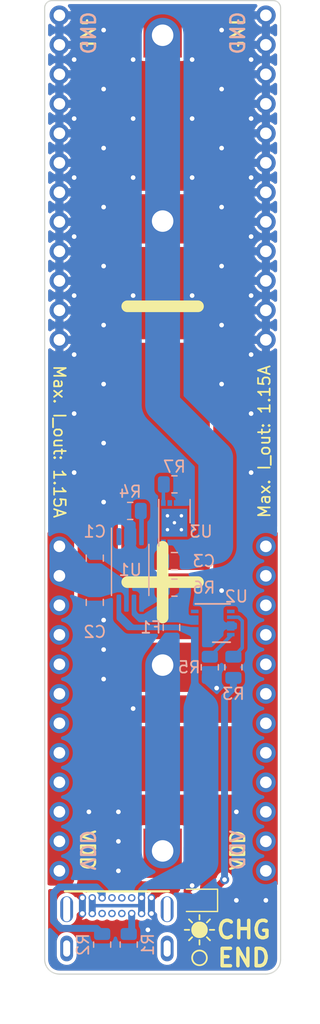
<source format=kicad_pcb>
(kicad_pcb (version 20211014) (generator pcbnew)
  (layers (0 "F.Cu" signal) (31 "B.Cu" signal) (34 "B.Paste" user) (35 "F.Paste" user) (36 "B.SilkS" user "B.Silkscreen") (37 "F.SilkS" user "F.Silkscreen") (38 "B.Mask" user) (39 "F.Mask" user) (44 "Edge.Cuts" user))
  (net 0 "")
  (net 1 "Net-(J1-PadB5)")
  (net 2 "GND")
  (net 3 "Net-(J1-PadA5)")
  (net 4 "Net-(D1-Pad1)")
  (net 5 "STAT")
  (net 6 "Net-(R4-Pad1)")
  (net 7 "Net-(R5-Pad1)")
  (net 8 "Net-(C3-Pad1)")
  (net 9 "P+")
  (net 10 "Net-(R7-Pad1)")
  (net 12 "VDD")
  (net 15 "+BATT")
  (net 16 "-BATT")
  (net 18 "unconnected-(U3-Pad7)")
  (net 26 "VBUS")
  (footprint "18650_Plugger:Keystone_254_holder" (layer "F.Cu") (at 171.45 92.71 180)
    (fp_text reference "BT1" hide)
    (fp_text value "18650 cell")
    (fp_text user "-" (at 0 11.176 180 unlocked) (layer "F.SilkS") (effects (font (size 8 8) (thickness 1))))
    (fp_text user "+" (at 0 -12.573 180 unlocked) (layer "F.SilkS") (effects (font (size 8 8) (thickness 1))))
    (pad "1" smd rect (at 0 -35.315 90) (size 4.24 3.3) (layers "F.Cu" "F.Paste" "F.Mask") (net 15 "+BATT"))
    (pad "1" thru_hole circle (at 0 -35.115 90) (size 2 2) (drill 1.85) (layers *.Cu *.Mask) (net 15 "+BATT"))
    (pad "1" thru_hole circle (at 0 -19.115 90) (size 2 2) (drill 1.85) (layers *.Cu *.Mask) (net 15 "+BATT"))
    (pad "1" smd rect (at 0 -19.305 90) (size 4.24 5.2) (layers "F.Cu" "F.Paste" "F.Mask") (net 15 "+BATT"))
    (pad "2" smd rect (at 0 35.315 90) (size 4.24 3.3) (layers "F.Cu" "F.Paste" "F.Mask") (net 16 "-BATT"))
    (pad "2" thru_hole circle (at 0 19.115 90) (size 2 2) (drill 1.85) (layers *.Cu *.Mask) (net 16 "-BATT"))
    (pad "2" thru_hole circle (at 0 35.115 90) (size 2 2) (drill 1.85) (layers *.Cu *.Mask) (net 16 "-BATT"))
    (pad "2" smd rect (at 0 19.305 90) (size 4.24 5.2) (layers "F.Cu" "F.Paste" "F.Mask") (net 16 "-BATT"))
  )
  (footprint "LED_SMD:LED_0805_2012Metric" (layer "F.Cu") (at 174.498 132.08 180)
    (fp_text reference "D1" hide)
    (fp_text value "Red")
    (fp_line (start -1.685 0.96) (end 1 0.96) (layer "F.SilkS") (width 0.12))
    (fp_line (start 1 -0.96) (end -1.685 -0.96) (layer "F.SilkS") (width 0.12))
    (fp_line (start -1.685 -0.96) (end -1.685 0.96) (layer "F.SilkS") (width 0.12))
    (pad "1" smd roundrect locked (at -0.9375 0 180) (size 0.975 1.4) (layers "F.Cu" "F.Paste" "F.Mask") (net 4 "Net-(D1-Pad1)"))
    (pad "2" smd roundrect locked (at 0.9375 0 180) (size 0.975 1.4) (layers "F.Cu" "F.Paste" "F.Mask") (net 26 "VBUS"))
  )
  (footprint "18650_Plugger:GCT_USB4085-GF-A" (layer "F.Cu") (at 167.513 135.89)
    (fp_text reference "J1" hide)
    (fp_text value "USB_C_Receptacle_USB2.0")
    (fp_line (start -4.475 -4.585) (end 4.475 -4.585) (layer "F.SilkS") (width 0.2))
    (pad "A1" thru_hole circle (at -2.975 -4.025) (size 0.65 0.65) (drill 0.4) (layers *.Cu *.Mask) (net 2 "GND"))
    (pad "A4" thru_hole circle (at -2.125 -4.025) (size 0.65 0.65) (drill 0.4) (layers *.Cu *.Mask) (net 26 "VBUS"))
    (pad "A5" thru_hole circle (at -1.275 -4.025) (size 0.65 0.65) (drill 0.4) (layers *.Cu *.Mask) (net 3 "Net-(J1-PadA5)"))
    (pad "A6" thru_hole circle (at -0.425 -4.025) (size 0.65 0.65) (drill 0.4) (layers *.Cu *.Mask))
    (pad "A7" thru_hole circle (at 0.425 -4.025) (size 0.65 0.65) (drill 0.4) (layers *.Cu *.Mask))
    (pad "A8" thru_hole circle (at 1.275 -4.025) (size 0.65 0.65) (drill 0.4) (layers *.Cu *.Mask))
    (pad "A9" thru_hole circle (at 2.125 -4.025) (size 0.65 0.65) (drill 0.4) (layers *.Cu *.Mask) (net 26 "VBUS"))
    (pad "A12" thru_hole circle (at 2.975 -4.025) (size 0.65 0.65) (drill 0.4) (layers *.Cu *.Mask) (net 2 "GND"))
    (pad "B1" thru_hole circle (at 2.975 -2.675) (size 0.65 0.65) (drill 0.4) (layers *.Cu *.Mask) (net 2 "GND"))
    (pad "B4" thru_hole circle (at 2.125 -2.675) (size 0.65 0.65) (drill 0.4) (layers *.Cu *.Mask) (net 26 "VBUS"))
    (pad "B5" thru_hole circle (at 1.275 -2.675) (size 0.65 0.65) (drill 0.4) (layers *.Cu *.Mask) (net 1 "Net-(J1-PadB5)"))
    (pad "B6" thru_hole circle (at 0.425 -2.675) (size 0.65 0.65) (drill 0.4) (layers *.Cu *.Mask))
    (pad "B7" thru_hole circle (at -0.425 -2.675) (size 0.65 0.65) (drill 0.4) (layers *.Cu *.Mask))
    (pad "B8" thru_hole circle (at -1.275 -2.675) (size 0.65 0.65) (drill 0.4) (layers *.Cu *.Mask))
    (pad "B9" thru_hole circle (at -2.125 -2.675) (size 0.65 0.65) (drill 0.4) (layers *.Cu *.Mask) (net 26 "VBUS"))
    (pad "B12" thru_hole circle (at -2.975 -2.675) (size 0.65 0.65) (drill 0.4) (layers *.Cu *.Mask) (net 2 "GND"))
    (pad "S1" thru_hole oval (at -4.325 0.335) (size 1.108 2.216) (drill oval 0.6 1.4) (layers *.Cu *.Mask))
    (pad "S1" thru_hole oval (at -4.325 -3.045) (size 1.108 2.216) (drill oval 0.6 2.1) (layers *.Cu *.Mask))
    (pad "S1" thru_hole oval (at 4.325 -3.045) (size 1.108 2.216) (drill oval 0.6 2.1) (layers *.Cu *.Mask))
    (pad "S1" thru_hole oval (at 4.325 0.335) (size 1.108 2.216) (drill oval 0.6 1.4) (layers *.Cu *.Mask))
  )
  (footprint "18650_Plugger:PinHeader_1x12_P2.54mm_Vertical" (layer "B.Cu") (at 180.34 55.88 180)
    (fp_text reference "J4" hide)
    (fp_text value "Conn_01x12")
    (pad "1" thru_hole oval (at 0 0 180) (size 1.7 1.7) (drill 1) (layers *.Cu *.Mask) (net 2 "GND"))
    (pad "2" thru_hole oval (at 0 -2.54 180) (size 1.7 1.7) (drill 1) (layers *.Cu *.Mask) (net 2 "GND"))
    (pad "3" thru_hole oval (at 0 -5.08 180) (size 1.7 1.7) (drill 1) (layers *.Cu *.Mask) (net 2 "GND"))
    (pad "4" thru_hole oval (at 0 -7.62 180) (size 1.7 1.7) (drill 1) (layers *.Cu *.Mask) (net 2 "GND"))
    (pad "5" thru_hole oval (at 0 -10.16 180) (size 1.7 1.7) (drill 1) (layers *.Cu *.Mask) (net 2 "GND"))
    (pad "6" thru_hole oval (at 0 -12.7 180) (size 1.7 1.7) (drill 1) (layers *.Cu *.Mask) (net 2 "GND"))
    (pad "7" thru_hole oval (at 0 -15.24 180) (size 1.7 1.7) (drill 1) (layers *.Cu *.Mask) (net 2 "GND"))
    (pad "8" thru_hole oval (at 0 -17.78 180) (size 1.7 1.7) (drill 1) (layers *.Cu *.Mask) (net 2 "GND"))
    (pad "9" thru_hole oval (at 0 -20.32 180) (size 1.7 1.7) (drill 1) (layers *.Cu *.Mask) (net 2 "GND"))
    (pad "10" thru_hole oval (at 0 -22.86 180) (size 1.7 1.7) (drill 1) (layers *.Cu *.Mask) (net 2 "GND"))
    (pad "11" thru_hole oval (at 0 -25.4 180) (size 1.7 1.7) (drill 1) (layers *.Cu *.Mask) (net 2 "GND"))
    (pad "12" thru_hole oval (at 0 -27.94 180) (size 1.7 1.7) (drill 1) (layers *.Cu *.Mask) (net 2 "GND"))
  )
  (footprint "Resistor_SMD:R_0805_2012Metric" (layer "B.Cu") (at 168.529 135.89 -90)
    (fp_text reference "R1" (at 0 -1.651 -90) (layer "B.SilkS") (effects (justify mirror)))
    (fp_text value "5k1")
    (fp_line (start -0.227064 -0.735) (end 0.227064 -0.735) (layer "B.SilkS") (width 0.12))
    (fp_line (start -0.227064 0.735) (end 0.227064 0.735) (layer "B.SilkS") (width 0.12))
    (pad "1" smd roundrect locked (at -0.9125 0 270) (size 1.025 1.4) (layers "B.Cu" "B.Paste" "B.Mask") (roundrect_rratio 0.243902) (net 1 "Net-(J1-PadB5)"))
    (pad "2" smd roundrect locked (at 0.9125 0 270) (size 1.025 1.4) (layers "B.Cu" "B.Paste" "B.Mask") (roundrect_rratio 0.243902) (net 2 "GND"))
  )
  (footprint "Resistor_SMD:R_0805_2012Metric" (layer "B.Cu") (at 177.546 112.014 90)
    (fp_text reference "R3" (at -2.286 0 180) (layer "B.SilkS") (effects (justify mirror)))
    (fp_text value "330")
    (fp_line (start -0.227064 0.735) (end 0.227064 0.735) (layer "B.SilkS") (width 0.12))
    (fp_line (start -0.227064 -0.735) (end 0.227064 -0.735) (layer "B.SilkS") (width 0.12))
    (pad "1" smd roundrect locked (at -0.9125 0 90) (size 1.025 1.4) (layers "B.Cu" "B.Paste" "B.Mask") (roundrect_rratio 0.243902) (net 4 "Net-(D1-Pad1)"))
    (pad "2" smd roundrect locked (at 0.9125 0 90) (size 1.025 1.4) (layers "B.Cu" "B.Paste" "B.Mask") (roundrect_rratio 0.243902) (net 5 "STAT"))
  )
  (footprint "Package_DFN_QFN:DFN-10-1EP_3x3mm_P0.5mm_EP1.55x2.48mm" (layer "B.Cu") (at 175.768 108.204)
    (fp_text reference "U2" (at 2.032 -2.286) (layer "B.SilkS") (effects (justify mirror)))
    (fp_text value "MCP73113-16SI/MF")
    (fp_line (start 0 1.65) (end 1.5 1.65) (layer "B.SilkS") (width 0.15))
    (fp_line (start -1.5 -1.65) (end 1.5 -1.65) (layer "B.SilkS") (width 0.15))
    (pad "1" smd rect locked (at -1.55 1) (size 0.65 0.3) (layers "B.Cu" "B.Paste" "B.Mask") (net 26 "VBUS"))
    (pad "2" smd rect locked (at -1.55 0.5) (size 0.65 0.3) (layers "B.Cu" "B.Paste" "B.Mask") (net 26 "VBUS"))
    (pad "3" smd rect locked (at -1.55 0) (size 0.65 0.3) (layers "B.Cu" "B.Paste" "B.Mask") (net 9 "P+"))
    (pad "4" smd rect locked (at -1.55 -0.5) (size 0.65 0.3) (layers "B.Cu" "B.Paste" "B.Mask") (net 9 "P+"))
    (pad "5" smd rect locked (at -1.55 -1) (size 0.65 0.3) (layers "B.Cu" "B.Paste" "B.Mask"))
    (pad "6" smd rect locked (at 1.55 -1) (size 0.65 0.3) (layers "B.Cu" "B.Paste" "B.Mask"))
    (pad "7" smd rect locked (at 1.55 -0.5) (size 0.65 0.3) (layers "B.Cu" "B.Paste" "B.Mask") (net 5 "STAT"))
    (pad "8" smd rect locked (at 1.55 0) (size 0.65 0.3) (layers "B.Cu" "B.Paste" "B.Mask") (net 2 "GND"))
    (pad "9" smd rect locked (at 1.55 0.5) (size 0.65 0.3) (layers "B.Cu" "B.Paste" "B.Mask") (net 2 "GND"))
    (pad "10" smd rect locked (at 1.55 1) (size 0.65 0.3) (layers "B.Cu" "B.Paste" "B.Mask") (net 7 "Net-(R5-Pad1)"))
    (pad "11" smd rect locked (at 0 0) (size 1.55 2.48) (layers "B.Cu" "B.Mask") (net 2 "GND"))
  )
  (footprint "Resistor_SMD:R_0805_2012Metric" (layer "B.Cu") (at 166.243 135.89 -90)
    (fp_text reference "R2" (at 0 1.651 -90) (layer "B.SilkS") (effects (justify mirror)))
    (fp_text value "5k1")
    (fp_line (start -0.227064 0.735) (end 0.227064 0.735) (layer "B.SilkS") (width 0.12))
    (fp_line (start -0.227064 -0.735) (end 0.227064 -0.735) (layer "B.SilkS") (width 0.12))
    (pad "1" smd roundrect locked (at -0.9125 0 270) (size 1.025 1.4) (layers "B.Cu" "B.Paste" "B.Mask") (roundrect_rratio 0.243902) (net 3 "Net-(J1-PadA5)"))
    (pad "2" smd roundrect locked (at 0.9125 0 270) (size 1.025 1.4) (layers "B.Cu" "B.Paste" "B.Mask") (roundrect_rratio 0.243902) (net 2 "GND"))
  )
  (footprint "18650_Plugger:PinHeader_1x12_P2.54mm_Vertical" (layer "B.Cu") (at 162.56 129.54)
    (fp_text reference "J3" hide)
    (fp_text value "Conn_01x12")
    (pad "1" thru_hole oval (at 0 0) (size 1.7 1.7) (drill 1) (layers *.Cu *.Mask) (net 12 "VDD"))
    (pad "2" thru_hole oval (at 0 -2.54) (size 1.7 1.7) (drill 1) (layers *.Cu *.Mask) (net 12 "VDD"))
    (pad "3" thru_hole oval (at 0 -5.08) (size 1.7 1.7) (drill 1) (layers *.Cu *.Mask) (net 12 "VDD"))
    (pad "4" thru_hole oval (at 0 -7.62) (size 1.7 1.7) (drill 1) (layers *.Cu *.Mask) (net 12 "VDD"))
    (pad "5" thru_hole oval (at 0 -10.16) (size 1.7 1.7) (drill 1) (layers *.Cu *.Mask) (net 12 "VDD"))
    (pad "6" thru_hole oval (at 0 -12.7) (size 1.7 1.7) (drill 1) (layers *.Cu *.Mask) (net 12 "VDD"))
    (pad "7" thru_hole oval (at 0 -15.24) (size 1.7 1.7) (drill 1) (layers *.Cu *.Mask) (net 12 "VDD"))
    (pad "8" thru_hole oval (at 0 -17.78) (size 1.7 1.7) (drill 1) (layers *.Cu *.Mask) (net 12 "VDD"))
    (pad "9" thru_hole oval (at 0 -20.32) (size 1.7 1.7) (drill 1) (layers *.Cu *.Mask) (net 12 "VDD"))
    (pad "10" thru_hole oval (at 0 -22.86) (size 1.7 1.7) (drill 1) (layers *.Cu *.Mask) (net 12 "VDD"))
    (pad "11" thru_hole oval (at 0 -25.4) (size 1.7 1.7) (drill 1) (layers *.Cu *.Mask) (net 12 "VDD"))
    (pad "12" thru_hole oval (at 0 -27.94) (size 1.7 1.7) (drill 1) (layers *.Cu *.Mask) (net 12 "VDD"))
  )
  (footprint "Capacitor_SMD:C_0805_2012Metric" (layer "B.Cu") (at 165.608 102.616 90)
    (fp_text reference "C1" (at 2.286 0 180) (layer "B.SilkS") (effects (justify mirror)))
    (fp_text value "2µ2")
    (fp_line (start -0.261252 0.735) (end 0.261252 0.735) (layer "B.SilkS") (width 0.12))
    (fp_line (start -0.261252 -0.735) (end 0.261252 -0.735) (layer "B.SilkS") (width 0.12))
    (pad "1" smd roundrect locked (at -0.95 0 90) (size 1 1.45) (layers "B.Cu" "B.Paste" "B.Mask") (net 12 "VDD"))
    (pad "2" smd roundrect locked (at 0.95 0 90) (size 1 1.45) (layers "B.Cu" "B.Paste" "B.Mask") (net 2 "GND"))
  )
  (footprint "Capacitor_SMD:C_0805_2012Metric" (layer "B.Cu") (at 165.608 106.426 -90)
    (fp_text reference "C2" (at 2.54 0 180) (layer "B.SilkS") (effects (justify mirror)))
    (fp_text value "100n")
    (fp_line (start -0.261252 0.735) (end 0.261252 0.735) (layer "B.SilkS") (width 0.12))
    (fp_line (start -0.261252 -0.735) (end 0.261252 -0.735) (layer "B.SilkS") (width 0.12))
    (pad "1" smd roundrect locked (at -0.95 0 270) (size 1 1.45) (layers "B.Cu" "B.Paste" "B.Mask") (net 12 "VDD"))
    (pad "2" smd roundrect locked (at 0.95 0 270) (size 1 1.45) (layers "B.Cu" "B.Paste" "B.Mask") (net 2 "GND"))
  )
  (footprint "Capacitor_SMD:C_0805_2012Metric" (layer "B.Cu") (at 172.466 102.87)
    (fp_text reference "C3" (at 2.54 0) (layer "B.SilkS") (effects (justify mirror)))
    (fp_text value "100n")
    (fp_line (start -0.261252 -0.735) (end 0.261252 -0.735) (layer "B.SilkS") (width 0.12))
    (fp_line (start -0.261252 0.735) (end 0.261252 0.735) (layer "B.SilkS") (width 0.12))
    (pad "1" smd roundrect locked (at -0.95 0) (size 1 1.45) (layers "B.Cu" "B.Paste" "B.Mask") (net 8 "Net-(C3-Pad1)"))
    (pad "2" smd roundrect locked (at 0.95 0) (size 1 1.45) (layers "B.Cu" "B.Paste" "B.Mask") (net 16 "-BATT"))
  )
  (footprint "18650_Plugger:U-DFN2535-6 (Type B)" (layer "B.Cu") (at 172.466 99.568 90)
    (fp_text reference "U3" (at -0.762 2.286 unlocked) (layer "B.SilkS") (effects (justify mirror)))
    (fp_text value "AP9214LA-AH-HSB-7")
    (fp_line (start 0 1.35) (end 2 1.35) (layer "B.SilkS") (width 0.12))
    (fp_line (start -2 -1.35) (end 2 -1.35) (layer "B.SilkS") (width 0.12))
    (pad "1" smd rect (at -1.7 0.55 180) (size 1.2 0.5) (layers "B.Cu" "B.Paste" "B.Mask") (net 16 "-BATT"))
    (pad "2" smd rect (at -1.7 -0.4 180) (size 0.4 0.5) (layers "B.Cu" "B.Paste" "B.Mask") (net 16 "-BATT"))
    (pad "3" smd rect (at -1.7 -0.95 180) (size 0.4 0.5) (layers "B.Cu" "B.Paste" "B.Mask") (net 8 "Net-(C3-Pad1)"))
    (pad "4" smd rect (at 1.7 -0.95 180) (size 0.4 0.5) (layers "B.Cu" "B.Paste" "B.Mask") (net 10 "Net-(R7-Pad1)"))
    (pad "5" smd rect (at 1.7 -0.4 180) (size 0.4 0.5) (layers "B.Cu" "B.Paste" "B.Mask"))
    (pad "6" smd rect (at 1.7 0.55 180) (size 1.2 0.5) (layers "B.Cu" "B.Paste" "B.Mask") (net 2 "GND"))
    (pad "7" thru_hole circle (at -0.6 0.6 90) (size 0.6 0.6) (drill 0.3) (layers *.Cu *.Mask) (net 18 "unconnected-(U3-Pad7)"))
    (pad "7" smd rect (at 0 0 180) (size 2.21 2.4) (layers "F.Cu") (net 18 "unconnected-(U3-Pad7)"))
    (pad "7" thru_hole circle (at 0.6 -0.6 90) (size 0.6 0.6) (drill 0.3) (layers *.Cu *.Mask) (net 18 "unconnected-(U3-Pad7)"))
    (pad "7" thru_hole circle (at -0.6 -0.6 90) (size 0.6 0.6) (drill 0.3) (layers *.Cu *.Mask) (net 18 "unconnected-(U3-Pad7)"))
    (pad "7" smd rect (at 0 0 180) (size 2.21 2.4) (layers "B.Cu" "B.Paste" "B.Mask") (net 18 "unconnected-(U3-Pad7)"))
    (pad "7" thru_hole circle (at 0.6 0.6 90) (size 0.6 0.6) (drill 0.3) (layers *.Cu *.Mask) (net 18 "unconnected-(U3-Pad7)"))
    (pad "7" thru_hole circle (at 0 0 90) (size 0.6 0.6) (drill 0.3) (layers *.Cu *.Mask) (net 18 "unconnected-(U3-Pad7)"))
  )
  (footprint "Resistor_SMD:R_0805_2012Metric" (layer "B.Cu") (at 172.466 96.266)
    (fp_text reference "R7" (at 0 -1.524) (layer "B.SilkS") (effects (justify mirror)))
    (fp_text value "2k2")
    (fp_line (start -0.227064 -0.735) (end 0.227064 -0.735) (layer "B.SilkS") (width 0.12))
    (fp_line (start -0.227064 0.735) (end 0.227064 0.735) (layer "B.SilkS") (width 0.12))
    (pad "1" smd roundrect locked (at -0.9125 0) (size 1.025 1.4) (layers "B.Cu" "B.Paste" "B.Mask") (roundrect_rratio 0.243902) (net 10 "Net-(R7-Pad1)"))
    (pad "2" smd roundrect locked (at 0.9125 0) (size 1.025 1.4) (layers "B.Cu" "B.Paste" "B.Mask") (roundrect_rratio 0.243902) (net 2 "GND"))
  )
  (footprint "Package_SO:TSSOP-8_4.4x3mm_P0.65mm" (layer "B.Cu") (at 168.656 103.632 -90)
    (fp_text reference "U1" (at 0 0 180) (layer "B.SilkS") (effects (justify mirror)))
    (fp_text value "TPS2113APWR")
    (fp_line (start 0 -1.61) (end -2.2 -1.61) (layer "B.SilkS") (width 0.12))
    (fp_line (start 0 1.61) (end -3.6 1.61) (layer "B.SilkS") (width 0.12))
    (fp_line (start 0 -1.61) (end 2.2 -1.61) (layer "B.SilkS") (width 0.12))
    (fp_line (start 0 1.61) (end 2.2 1.61) (layer "B.SilkS") (width 0.12))
    (pad "1" smd roundrect locked (at -2.8625 0.975 270) (size 1.475 0.4) (layers "B.Cu" "B.Paste" "B.Mask"))
    (pad "2" smd roundrect locked (at -2.8625 0.325 270) (size 1.475 0.4) (layers "B.Cu" "B.Paste" "B.Mask") (net 2 "GND"))
    (pad "3" smd roundrect locked (at -2.8625 -0.325 270) (size 1.475 0.4) (layers "B.Cu" "B.Paste" "B.Mask") (net 2 "GND"))
    (pad "4" smd roundrect locked (at -2.8625 -0.975 270) (size 1.475 0.4) (layers "B.Cu" "B.Paste" "B.Mask") (net 6 "Net-(R4-Pad1)"))
    (pad "5" smd roundrect locked (at 2.8625 -0.975 270) (size 1.475 0.4) (layers "B.Cu" "B.Paste" "B.Mask") (net 2 "GND"))
    (pad "6" smd roundrect locked (at 2.8625 -0.325 270) (size 1.475 0.4) (layers "B.Cu" "B.Paste" "B.Mask") (net 9 "P+"))
    (pad "7" smd roundrect locked (at 2.8625 0.325 270) (size 1.475 0.4) (layers "B.Cu" "B.Paste" "B.Mask") (net 12 "VDD"))
    (pad "8" smd roundrect locked (at 2.8625 0.975 270) (size 1.475 0.4) (layers "B.Cu" "B.Paste" "B.Mask") (net 26 "VBUS"))
  )
  (footprint "18650_Plugger:PinHeader_1x12_P2.54mm_Vertical" (layer "B.Cu") (at 162.56 55.88 180)
    (fp_text reference "J5" hide)
    (fp_text value "Conn_01x12")
    (pad "1" thru_hole oval (at 0 0 180) (size 1.7 1.7) (drill 1) (layers *.Cu *.Mask) (net 2 "GND"))
    (pad "2" thru_hole oval (at 0 -2.54 180) (size 1.7 1.7) (drill 1) (layers *.Cu *.Mask) (net 2 "GND"))
    (pad "3" thru_hole oval (at 0 -5.08 180) (size 1.7 1.7) (drill 1) (layers *.Cu *.Mask) (net 2 "GND"))
    (pad "4" thru_hole oval (at 0 -7.62 180) (size 1.7 1.7) (drill 1) (layers *.Cu *.Mask) (net 2 "GND"))
    (pad "5" thru_hole oval (at 0 -10.16 180) (size 1.7 1.7) (drill 1) (layers *.Cu *.Mask) (net 2 "GND"))
    (pad "6" thru_hole oval (at 0 -12.7 180) (size 1.7 1.7) (drill 1) (layers *.Cu *.Mask) (net 2 "GND"))
    (pad "7" thru_hole oval (at 0 -15.24 180) (size 1.7 1.7) (drill 1) (layers *.Cu *.Mask) (net 2 "GND"))
    (pad "8" thru_hole oval (at 0 -17.78 180) (size 1.7 1.7) (drill 1) (layers *.Cu *.Mask) (net 2 "GND"))
    (pad "9" thru_hole oval (at 0 -20.32 180) (size 1.7 1.7) (drill 1) (layers *.Cu *.Mask) (net 2 "GND"))
    (pad "10" thru_hole oval (at 0 -22.86 180) (size 1.7 1.7) (drill 1) (layers *.Cu *.Mask) (net 2 "GND"))
    (pad "11" thru_hole oval (at 0 -25.4 180) (size 1.7 1.7) (drill 1) (layers *.Cu *.Mask) (net 2 "GND"))
    (pad "12" thru_hole oval (at 0 -27.94 180) (size 1.7 1.7) (drill 1) (layers *.Cu *.Mask) (net 2 "GND"))
  )
  (footprint "18650_Plugger:PinHeader_1x12_P2.54mm_Vertical" (layer "B.Cu") (at 180.34 129.54)
    (fp_text reference "J2" hide)
    (fp_text value "Conn_01x12")
    (pad "1" thru_hole oval (at 0 0) (size 1.7 1.7) (drill 1) (layers *.Cu *.Mask) (net 12 "VDD"))
    (pad "2" thru_hole oval (at 0 -2.54) (size 1.7 1.7) (drill 1) (layers *.Cu *.Mask) (net 12 "VDD"))
    (pad "3" thru_hole oval (at 0 -5.08) (size 1.7 1.7) (drill 1) (layers *.Cu *.Mask) (net 12 "VDD"))
    (pad "4" thru_hole oval (at 0 -7.62) (size 1.7 1.7) (drill 1) (layers *.Cu *.Mask) (net 12 "VDD"))
    (pad "5" thru_hole oval (at 0 -10.16) (size 1.7 1.7) (drill 1) (layers *.Cu *.Mask) (net 12 "VDD"))
    (pad "6" thru_hole oval (at 0 -12.7) (size 1.7 1.7) (drill 1) (layers *.Cu *.Mask) (net 12 "VDD"))
    (pad "7" thru_hole oval (at 0 -15.24) (size 1.7 1.7) (drill 1) (layers *.Cu *.Mask) (net 12 "VDD"))
    (pad "8" thru_hole oval (at 0 -17.78) (size 1.7 1.7) (drill 1) (layers *.Cu *.Mask) (net 12 "VDD"))
    (pad "9" thru_hole oval (at 0 -20.32) (size 1.7 1.7) (drill 1) (layers *.Cu *.Mask) (net 12 "VDD"))
    (pad "10" thru_hole oval (at 0 -22.86) (size 1.7 1.7) (drill 1) (layers *.Cu *.Mask) (net 12 "VDD"))
    (pad "11" thru_hole oval (at 0 -25.4) (size 1.7 1.7) (drill 1) (layers *.Cu *.Mask) (net 12 "VDD"))
    (pad "12" thru_hole oval (at 0 -27.94) (size 1.7 1.7) (drill 1) (layers *.Cu *.Mask) (net 12 "VDD"))
  )
  (footprint "Resistor_SMD:R_0805_2012Metric" (layer "B.Cu") (at 175.514 112.014 -90)
    (fp_text reference "R5" (at 0 1.778 180) (layer "B.SilkS") (effects (justify mirror)))
    (fp_text value "1k05")
    (fp_line (start -0.227064 -0.735) (end 0.227064 -0.735) (layer "B.SilkS") (width 0.12))
    (fp_line (start -0.227064 0.735) (end 0.227064 0.735) (layer "B.SilkS") (width 0.12))
    (pad "1" smd roundrect locked (at -0.9125 0 270) (size 1.025 1.4) (layers "B.Cu" "B.Paste" "B.Mask") (roundrect_rratio 0.243902) (net 7 "Net-(R5-Pad1)"))
    (pad "2" smd roundrect locked (at 0.9125 0 270) (size 1.025 1.4) (layers "B.Cu" "B.Paste" "B.Mask") (roundrect_rratio 0.243902) (net 2 "GND"))
  )
  (footprint "Resistor_SMD:R_0805_2012Metric" (layer "B.Cu") (at 172.466 105.156)
    (fp_text reference "R6" (at 2.54 0) (layer "B.SilkS") (effects (justify mirror)))
    (fp_text value "330")
    (fp_line (start -0.227064 0.735) (end 0.227064 0.735) (layer "B.SilkS") (width 0.12))
    (fp_line (start -0.227064 -0.735) (end 0.227064 -0.735) (layer "B.SilkS") (width 0.12))
    (pad "1" smd roundrect locked (at -0.9125 0) (size 1.025 1.4) (layers "B.Cu" "B.Paste" "B.Mask") (roundrect_rratio 0.243902) (net 8 "Net-(C3-Pad1)"))
    (pad "2" smd roundrect locked (at 0.9125 0) (size 1.025 1.4) (layers "B.Cu" "B.Paste" "B.Mask") (roundrect_rratio 0.243902) (net 9 "P+"))
  )
  (footprint "Resistor_SMD:R_0805_2012Metric" (layer "B.Cu") (at 168.656 98.552 180)
    (fp_text reference "R4" (at 0 1.65) (layer "B.SilkS") (effects (justify mirror)))
    (fp_text value "432")
    (fp_line (start -0.227064 -0.735) (end 0.227064 -0.735) (layer "B.SilkS") (width 0.12))
    (fp_line (start -0.227064 0.735) (end 0.227064 0.735) (layer "B.SilkS") (width 0.12))
    (pad "1" smd roundrect locked (at -0.9125 0 180) (size 1.025 1.4) (layers "B.Cu" "B.Paste" "B.Mask") (roundrect_rratio 0.243902) (net 6 "Net-(R4-Pad1)"))
    (pad "2" smd roundrect locked (at 0.9125 0 180) (size 1.025 1.4) (layers "B.Cu" "B.Paste" "B.Mask") (roundrect_rratio 0.243902) (net 2 "GND"))
  )
  (footprint "Fuse:Fuse_0805_2012Metric" (layer "B.Cu") (at 172.212 108.585 90)
    (fp_text reference "F1" (at 0 -1.778 180) (layer "B.SilkS") (effects (justify mirror)))
    (fp_text value "5A")
    (fp_line (start -0.258578 -0.71) (end 0.258578 -0.71) (layer "B.SilkS") (width 0.12))
    (fp_line (start -0.258578 0.71) (end 0.258578 0.71) (layer "B.SilkS") (width 0.12))
    (pad "1" smd roundrect locked (at -0.9375 0 90) (size 0.975 1.4) (layers "B.Cu" "B.Paste" "B.Mask") (net 15 "+BATT"))
    (pad "2" smd roundrect locked (at 0.9375 0 90) (size 0.975 1.4) (layers "B.Cu" "B.Paste" "B.Mask") (net 9 "P+"))
  )
  (gr_line (start 173.736 134.62) (end 173.355 134.62) (layer "F.SilkS") (width 0.15))
  (gr_line (start 175.514 134.62) (end 175.895 134.62) (layer "F.SilkS") (width 0.15))
  (gr_line (start 174.625 133.731) (end 174.625 133.35) (layer "F.SilkS") (width 0.15))
  (gr_line (start 173.720592 135.524408) (end 173.99 135.255) (layer "F.SilkS") (width 0.15))
  (gr_circle (center 174.625 134.62) (end 175.26 134.62) (layer "F.SilkS") (width 0.15) (fill solid))
  (gr_line (start 173.720592 133.715592) (end 173.99 133.985) (layer "F.SilkS") (width 0.15))
  (gr_line (start 175.529408 133.715592) (end 175.26 133.985) (layer "F.SilkS") (width 0.15))
  (gr_line (start 174.625 135.89) (end 174.625 135.509) (layer "F.SilkS") (width 0.15))
  (gr_line (start 175.529408 135.524408) (end 175.26 135.255) (layer "F.SilkS") (width 0.15))
  (gr_circle (center 174.625 137.033) (end 175.26 137.033) (layer "F.SilkS") (width 0.15) (fill none))
  (gr_line (start 161.29 137.16) (end 161.29 55.245) (layer "Edge.Cuts") (width 0.1))
  (gr_arc (start 161.29 55.245) (mid 161.475987 54.795987) (end 161.925 54.61) (layer "Edge.Cuts") (width 0.1))
  (gr_line (start 161.925 54.61) (end 180.975 54.61) (layer "Edge.Cuts") (width 0.1))
  (gr_line (start 181.61 55.245) (end 181.61 137.16) (layer "Edge.Cuts") (width 0.1))
  (gr_arc (start 180.975 54.61) (mid 181.424013 54.795987) (end 181.61 55.245) (layer "Edge.Cuts") (width 0.1))
  (gr_arc (start 162.56 138.43) (mid 161.661974 138.058026) (end 161.29 137.16) (layer "Edge.Cuts") (width 0.1))
  (gr_arc (start 181.61 137.16) (mid 181.238026 138.058026) (end 180.34 138.43) (layer "Edge.Cuts") (width 0.1))
  (gr_line (start 180.34 138.43) (end 162.56 138.43) (layer "Edge.Cuts") (width 0.1))
  (gr_text "VDD" (at 177.927 127.762 90) (layer "B.SilkS") (effects (font (size 1.2 1.2) (thickness 0.2)) (justify mirror)))
  (gr_text "GND" (at 164.973 57.404 270) (layer "B.SilkS") (effects (font (size 1.2 1.2) (thickness 0.2)) (justify mirror)))
  (gr_text "GND" (at 177.927 57.404 90) (layer "B.SilkS") (effects (font (size 1.2 1.2) (thickness 0.2)) (justify mirror)))
  (gr_text "VDD" (at 164.973 127.762 270) (layer "B.SilkS") (effects (font (size 1.2 1.2) (thickness 0.2)) (justify mirror)))
  (gr_text "Max. I_out: 1.15A" (at 162.56 92.583 270) (layer "F.SilkS") (effects (font (size 1 1))))
  (gr_text "GND" (at 177.927 57.404 90) (layer "F.SilkS") (effects (font (size 1.2 1.2) (thickness 0.2))))
  (gr_text "GND" (at 164.973 57.404 270) (layer "F.SilkS") (effects (font (size 1.2 1.2) (thickness 0.2))))
  (gr_text "END" (at 178.435 137.033) (layer "F.SilkS") (effects (font (size 1.5 1.5) (thickness 0.3))))
  (gr_text "VDD" (at 164.973 127.762 270) (layer "F.SilkS") (effects (font (size 1.2 1.2) (thickness 0.2))))
  (gr_text "Max. I_out: 1.15A" (at 180.213 92.583 90) (layer "F.SilkS") (effects (font (size 1 1))))
  (gr_text "CHG" (at 178.435 134.62) (layer "F.SilkS") (effects (font (size 1.5 1.5) (thickness 0.3))))
  (gr_text "VDD" (at 177.927 127.762 90) (layer "F.SilkS") (effects (font (size 1.2 1.2) (thickness 0.2))))
  (segment (start 168.788 134.7185) (end 168.529 134.9775) (width 0.6) (layer "B.Cu") (net 1))
  (segment (start 168.788 133.215) (end 168.788 134.7185) (width 0.6) (layer "B.Cu") (net 1))
  (via (at 176.53 62.23) (size 0.8) (drill 0.4) (layers "F.Cu" "B.Cu") (net 2))
  (via (at 176.53 105.41) (size 0.8) (drill 0.4) (layers "F.Cu" "B.Cu") (net 2))
  (via (at 166.37 110.49) (size 0.8) (drill 0.4) (layers "F.Cu" "B.Cu") (net 2))
  (via (at 166.37 72.39) (size 0.8) (drill 0.4) (layers "F.Cu" "B.Cu") (net 2))
  (via (at 166.37 67.31) (size 0.8) (drill 0.4) (layers "F.Cu" "B.Cu") (net 2))
  (via (at 163.83 95.25) (size 0.8) (drill 0.4) (layers "F.Cu" "B.Cu") (net 2))
  (via (at 179.07 85.09) (size 0.8) (drill 0.4) (layers "F.Cu" "B.Cu") (net 2))
  (via (at 179.07 59.69) (size 0.8) (drill 0.4) (layers "F.Cu" "B.Cu") (net 2))
  (via (at 166.37 62.23) (size 0.8) (drill 0.4) (layers "F.Cu" "B.Cu") (net 2))
  (via (at 163.83 74.93) (size 0.8) (drill 0.4) (layers "F.Cu" "B.Cu") (net 2))
  (via (at 173.99 80.01) (size 0.8) (drill 0.4) (layers "F.Cu" "B.Cu") (net 2))
  (via (at 177.8 124.46) (size 0.8) (drill 0.4) (layers "F.Cu" "B.Cu") (net 2))
  (via (at 179.07 95.25) (size 0.8) (drill 0.4) (layers "F.Cu" "B.Cu") (net 2))
  (via (at 170.18 134.62) (size 0.8) (drill 0.4) (layers "F.Cu" "B.Cu") (net 2))
  (via (at 168.91 64.77) (size 0.8) (drill 0.4) (layers "F.Cu" "B.Cu") (net 2))
  (via (at 168.91 80.01) (size 0.8) (drill 0.4) (layers "F.Cu" "B.Cu") (net 2))
  (via (at 179.07 80.01) (size 0.8) (drill 0.4) (layers "F.Cu" "B.Cu") (net 2))
  (via (at 163.83 69.85) (size 0.8) (drill 0.4) (layers "F.Cu" "B.Cu") (net 2))
  (via (at 176.53 87.63) (size 0.8) (drill 0.4) (layers "F.Cu" "B.Cu") (net 2))
  (via (at 173.99 69.85) (size 0.8) (drill 0.4) (layers "F.Cu" "B.Cu") (net 2))
  (via (at 179.07 69.85) (size 0.8) (drill 0.4) (layers "F.Cu" "B.Cu") (net 2))
  (via (at 176.53 57.15) (size 0.8) (drill 0.4) (layers "F.Cu" "B.Cu") (net 2))
  (via (at 179.07 90.17) (size 0.8) (drill 0.4) (layers "F.Cu" "B.Cu") (net 2))
  (via (at 168.91 69.85) (size 0.8) (drill 0.4) (layers "F.Cu" "B.Cu") (net 2))
  (via (at 166.37 82.55) (size 0.8) (drill 0.4) (layers "F.Cu" "B.Cu") (net 2))
  (via (at 173.99 64.77) (size 0.8) (drill 0.4) (layers "F.Cu" "B.Cu") (net 2))
  (via (at 166.37 87.63) (size 0.8) (drill 0.4) (layers "F.Cu" "B.Cu") (net 2))
  (via (at 163.83 59.69) (size 0.8) (drill 0.4) (layers "F.Cu" "B.Cu") (net 2))
  (via (at 176.53 82.55) (size 0.8) (drill 0.4) (layers "F.Cu" "B.Cu") (net 2))
  (via (at 166.37 113.03) (size 0.8) (drill 0.4) (layers "F.Cu" "B.Cu") (net 2))
  (via (at 168.91 115.57) (size 0.8) (drill 0.4) (layers "F.Cu" "B.Cu") (net 2))
  (via (at 166.37 77.47) (size 0.8) (drill 0.4) (layers "F.Cu" "B.Cu") (net 2))
  (via (at 163.83 90.17) (size 0.8) (drill 0.4) (layers "F.Cu" "B.Cu") (net 2))
  (via (at 173.99 59.69) (size 0.8) (drill 0.4) (layers "F.Cu" "B.Cu") (net 2))
  (via (at 163.83 85.09) (size 0.8) (drill 0.4) (layers "F.Cu" "B.Cu") (net 2))
  (via (at 176.102 113.806) (size 0.8) (drill 0.4) (layers "F.Cu" "B.Cu") (net 2))
  (via (at 176.53 67.31) (size 0.8) (drill 0.4) (layers "F.Cu" "B.Cu") (net 2))
  (via (at 177.8 132.08) (size 0.8) (drill 0.4) (layers "F.Cu" "B.Cu") (net 2))
  (via (at 166.37 92.71) (size 0.8) (drill 0.4) (layers "F.Cu" "B.Cu") (net 2))
  (via (at 179.07 74.93) (size 0.8) (drill 0.4) (layers "F.Cu" "B.Cu") (net 2))
  (via (at 163.83 80.01) (size 0.8) (drill 0.4) (layers "F.Cu" "B.Cu") (net 2))
  (via (at 176.53 72.39) (size 0.8) (drill 0.4) (layers "F.Cu" "B.Cu") (net 2))
  (via (at 167.64 124.46) (size 0.8) (drill 0.4) (layers "F.Cu" "B.Cu") (net 2))
  (via (at 176.53 77.47) (size 0.8) (drill 0.4) (layers "F.Cu" "B.Cu") (net 2))
  (via (at 179.07 64.77) (size 0.8) (drill 0.4) (layers "F.Cu" "B.Cu") (net 2))
  (via (at 168.91 59.69) (size 0.8) (drill 0.4) (layers "F.Cu" "B.Cu") (net 2))
  (via (at 165.1 124.46) (size 0.8) (drill 0.4) (layers "F.Cu" "B.Cu") (net 2))
  (via (at 166.37 97.79) (size 0.8) (drill 0.4) (layers "F.Cu" "B.Cu") (net 2))
  (via (at 180.34 132.08) (size 0.8) (drill 0.4) (layers "F.Cu" "B.Cu") (net 2))
  (via (at 163.83 64.77) (size 0.8) (drill 0.4) (layers "F.Cu" "B.Cu") (net 2))
  (via (at 166.37 107.95) (size 0.8) (drill 0.4) (layers "F.Cu" "B.Cu") (net 2))
  (via (at 167.64 129.54) (size 0.8) (drill 0.4) (layers "F.Cu" "B.Cu") (net 2))
  (via (at 167.64 127) (size 0.8) (drill 0.4) (layers "F.Cu" "B.Cu") (net 2))
  (via (at 166.37 57.15) (size 0.8) (drill 0.4) (layers "F.Cu" "B.Cu") (net 2))
  (segment (start 170.488 133.215) (end 170.488 131.865) (width 0.6) (layer "B.Cu") (net 2))
  (segment (start 164.538 133.215) (end 164.538 131.865) (width 0.6) (layer "B.Cu") (net 2))
  (segment (start 166.238 131.865) (end 166.238 131.44) (width 0.6) (layer "B.Cu") (net 3))
  (segment (start 162.687 134.493) (end 165.7585 134.493) (width 0.6) (layer "B.Cu") (net 3))
  (segment (start 162.052 131.445) (end 162.052 133.858) (width 0.6) (layer "B.Cu") (net 3))
  (segment (start 166.238 131.44) (end 165.735 130.937) (width 0.6) (layer "B.Cu") (net 3))
  (segment (start 165.7585 134.493) (end 166.243 134.9775) (width 0.6) (layer "B.Cu") (net 3))
  (segment (start 162.052 133.858) (end 162.687 134.493) (width 0.6) (layer "B.Cu") (net 3))
  (segment (start 165.735 130.937) (end 162.56 130.937) (width 0.6) (layer "B.Cu") (net 3))
  (segment (start 162.56 130.937) (end 162.052 131.445) (width 0.6) (layer "B.Cu") (net 3))
  (segment (start 175.4355 131.6505) (end 175.4355 132.08) (width 0.6) (layer "F.Cu") (net 4))
  (segment (start 176.784 130.302) (end 175.4355 131.6505) (width 0.6) (layer "F.Cu") (net 4))
  (via (at 176.784 130.302) (size 0.8) (drill 0.4) (layers "F.Cu" "B.Cu") (net 4))
  (segment (start 176.784 114.554) (end 177.546 113.792) (width 0.6) (layer "B.Cu") (net 4))
  (segment (start 176.784 130.302) (end 176.784 114.554) (width 0.6) (layer "B.Cu") (net 4))
  (segment (start 177.546 113.792) (end 177.546 112.9265) (width 0.6) (layer "B.Cu") (net 4))
  (segment (start 178.308 110.3395) (end 177.546 111.1015) (width 0.3) (layer "B.Cu") (net 5))
  (segment (start 178.308 108.019978) (end 178.308 110.3395) (width 0.3) (layer "B.Cu") (net 5))
  (segment (start 177.318 107.704) (end 177.992022 107.704) (width 0.3) (layer "B.Cu") (net 5))
  (segment (start 177.992022 107.704) (end 178.308 108.019978) (width 0.3) (layer "B.Cu") (net 5))
  (segment (start 169.631 100.7695) (end 169.631 98.6145) (width 0.4) (layer "B.Cu") (net 6))
  (segment (start 169.631 98.6145) (end 169.5685 98.552) (width 0.4) (layer "B.Cu") (net 6))
  (segment (start 177.318 109.204) (end 177.318 109.2975) (width 0.3) (layer "B.Cu") (net 7))
  (segment (start 177.318 109.2975) (end 175.514 111.1015) (width 0.3) (layer "B.Cu") (net 7))
  (segment (start 171.5535 105.156) (end 171.5535 102.9075) (width 0.6) (layer "B.Cu") (net 8))
  (segment (start 171.516 101.268) (end 171.516 102.87) (width 0.3) (layer "B.Cu") (net 8))
  (segment (start 171.5535 102.9075) (end 171.516 102.87) (width 0.6) (layer "B.Cu") (net 8))
  (segment (start 173.4035 105.181) (end 173.3785 105.156) (width 0.6) (layer "B.Cu") (net 9))
  (segment (start 171.516 96.3035) (end 171.5535 96.266) (width 0.3) (layer "B.Cu") (net 10))
  (segment (start 171.516 97.868) (end 171.516 96.3035) (width 0.3) (layer "B.Cu") (net 10))
  (segment (start 171.45 111.825) (end 171.45 127.825) (width 3) (layer "B.Cu") (net 15))
  (segment (start 171.45 73.595) (end 171.45 57.595) (width 3) (layer "B.Cu") (net 16))
  (segment (start 176.022 93.98) (end 176.022 101.6) (width 3) (layer "B.Cu") (net 16))
  (segment (start 171.45 89.408) (end 176.022 93.98) (width 3) (layer "B.Cu") (net 16))
  (segment (start 171.45 73.595) (end 171.45 89.408) (width 3) (layer "B.Cu") (net 16))
  (segment (start 173.5605 131.2395) (end 173.5605 132.08) (width 0.6) (layer "F.Cu") (net 26))
  (segment (start 173.99 130.81) (end 173.5605 131.2395) (width 0.6) (layer "F.Cu") (net 26))
  (via (at 173.99 130.81) (size 0.8) (drill 0.4) (layers "F.Cu" "B.Cu") (net 26))
  (segment (start 165.388 132.495) (end 165.432511 132.539511) (width 0.3) (layer "B.Cu") (net 26))
  (segment (start 165.432511 132.539511) (end 169.428511 132.539511) (width 0.3) (layer "B.Cu") (net 26))
  (segment (start 169.638 131.865) (end 169.638 131.225) (width 0.6) (layer "B.Cu") (net 26))
  (segment (start 169.428511 132.539511) (end 169.638 132.749) (width 0.3) (layer "B.Cu") (net 26))
  (segment (start 169.638 131.225) (end 170.053 130.81) (width 0.6) (layer "B.Cu") (net 26))
  (segment (start 174.752 128.778) (end 174.752 115.57) (width 3) (layer "B.Cu") (net 26))
  (segment (start 170.053 130.81) (end 173.99 130.81) (width 0.6) (layer "B.Cu") (net 26))
  (segment (start 169.638 132.749) (end 169.638 131.865) (width 0.6) (layer "B.Cu") (net 26))
  (segment (start 165.388 131.865) (end 165.388 132.495) (width 0.6) (layer "B.Cu") (net 26))
  (segment (start 165.388 132.495) (end 165.388 133.215) (width 0.6) (layer "B.Cu") (net 26))
  (segment (start 169.638 133.215) (end 169.638 132.749) (width 0.6) (layer "B.Cu") (net 26))
  (zone (net 18) (net_name "unconnected-(U3-Pad7)") (layer "F.Cu") (name "Common Drain") (priority 1) (connect_pads yes (clearance 0.2)) (min_thickness 0.2) (fill yes (thermal_gap 0.508) (thermal_bridge_width 0.508) (smoothing fillet) (radius 0.2))
    (polygon (pts (xy 167.894 84.074) (xy 175.514 84.074) (xy 175.514 103.632) (xy 167.894 103.632)))
  )
  (zone (net 2) (net_name "GND") (layers F&B.Cu) (name "GND") (connect_pads thru_hole_only (clearance 0.3)) (min_thickness 0.3) (fill yes (thermal_gap 0.2) (thermal_bridge_width 0.7) (smoothing fillet) (radius 0.2))
    (polygon (pts (xy 161.29 54.61) (xy 181.61 54.61) (xy 181.61 138.43) (xy 161.29 138.43)))
  )
  (zone (net 12) (net_name "VDD") (layer "F.Cu") (name "VDD") (priority 3) (connect_pads yes (clearance 0.2)) (min_thickness 0.2) (fill yes (thermal_gap 0.508) (thermal_bridge_width 0.508) (smoothing fillet) (radius 0.5))
    (polygon (pts (xy 161.29 100.33) (xy 163.83 100.33) (xy 163.83 117.094) (xy 179.07 117.094) (xy 179.07 100.33) (xy 181.61 100.33) (xy 181.61 130.81) (xy 179.07 130.81) (xy 179.07 122.682) (xy 163.83 122.682) (xy 163.83 130.81) (xy 161.29 130.81)))
  )
  (zone (net 9) (net_name "P+") (layer "B.Cu") (name "P+") (priority 2) (connect_pads yes (clearance 0.2)) (min_thickness 0.2) (fill yes (thermal_gap 0.508) (thermal_bridge_width 0.508) (smoothing fillet) (radius 0.2))
    (polygon (pts (xy 172.72 108.14) (xy 169.41 108.14) (xy 168.78 107.51) (xy 168.78 107.13) (xy 168.78 105.85) (xy 169.18 105.85) (xy 169.18 107.13) (xy 169.28 107.3) (xy 169.37 107.39) (xy 169.46 107.43) (xy 169.8 107.43) (xy 172.87 105.58) (xy 172.87 104.69) (xy 173.89 104.69) (xy 173.89 105.67) (xy 173.69 106.92) (xy 173.69 107.42) (xy 173.89 107.55) (xy 174.54 107.55) (xy 174.54 108.35) (xy 173.9 108.35)))
  )
  (zone (net 12) (net_name "VDD") (layer "B.Cu") (name "VDD") (priority 3) (connect_pads yes (clearance 0.2)) (min_thickness 0.2) (fill yes (thermal_gap 0.508) (thermal_bridge_width 0.508) (smoothing fillet) (radius 0.2))
    (polygon (pts (xy 168.13 105.86) (xy 168.07 105.75) (xy 167.92 105.57) (xy 167.5 105.57) (xy 166.14 105.97) (xy 165.07 105.97) (xy 162.22 104.92) (xy 161.71 104.26) (xy 161.71 101.45) (xy 161.99 100.98) (xy 163.09 100.92) (xy 165.05 103.07) (xy 166.17 103.07) (xy 168.53 104.7) (xy 168.53 107.03) (xy 168.13 107.03)))
  )
  (zone (net 26) (net_name "VBUS") (layer "B.Cu") (name "VBUS") (priority 1) (connect_pads yes (clearance 0.2)) (min_thickness 0.2) (fill yes (thermal_gap 0.508) (thermal_bridge_width 0.508) (smoothing fillet) (radius 0.2))
    (polygon (pts (xy 173.29 131.11) (xy 170.17 131.11) (xy 169.44 131) (xy 169.88 130.56) (xy 173.25 128.778) (xy 173.25 127) (xy 175.86 129.81) (xy 174.18 131.17) (xy 174.03 131.22)))
  )
  (zone (net 26) (net_name "VBUS") (layer "B.Cu") (name "VBUS") (priority 1) (connect_pads yes (clearance 0.2)) (min_thickness 0.2) (fill yes (thermal_gap 0.508) (thermal_bridge_width 0.508) (smoothing fillet) (radius 0.2))
    (polygon (pts (xy 173.89 109.35) (xy 172.75 108.83) (xy 168.41 108.82) (xy 167.48 107.89) (xy 167.48 106.05) (xy 167.88 106.05) (xy 167.88 107.29) (xy 168.94 108.34) (xy 172.67 108.34) (xy 173.89 108.55) (xy 174.54 108.56) (xy 174.54 109.75) (xy 173.89 109.75)))
  )
  (zone (net 16) (net_name "-BATT") (layer "B.Cu") (name "-BATT") (priority 1) (connect_pads yes (clearance 0.2)) (min_thickness 0.2) (fill yes (thermal_gap 0.508) (thermal_bridge_width 0.508) (smoothing fillet) (radius 0.2))
    (polygon (pts (xy 172.92 102.47) (xy 172.34 101.52) (xy 171.92 101.52) (xy 171.92 101.02) (xy 173.61 101.02) (xy 174.5234 100.5078) (xy 174.5234 99.8474) (xy 177.5206 99.8474) (xy 177.5206 101.6508) (xy 176.3268 103.0732) (xy 173.67 103.6) (xy 172.92 103.32)))
  )
  (zone (net 26) (net_name "VBUS") (layer "B.Cu") (name "VBUS") (priority 1) (connect_pads yes (clearance 0.2)) (min_thickness 0.2) (fill yes (thermal_gap 0.508) (thermal_bridge_width 0.508) (smoothing fillet) (radius 0.2))
    (polygon (pts (xy 173.31 115.15) (xy 173.89 113.36) (xy 173.89 108.55) (xy 174.54 108.55) (xy 174.54 113.36) (xy 175.88 114.57) (xy 175.88 115.61) (xy 173.25 115.61)))
  )
  (zone (net 15) (net_name "+BATT") (layer "B.Cu") (name "+BATT") (priority 1) (connect_pads yes (clearance 0.2)) (min_thickness 0.2) (fill yes (thermal_gap 0.508) (thermal_bridge_width 0.508) (smoothing fillet) (radius 0.2))
    (polygon (pts (xy 172.912 109.296) (xy 172.912 109.766) (xy 172.952 112.156) (xy 170.022 111.376) (xy 170.212 110.976) (xy 171.632 109.036)))
  )
)
</source>
